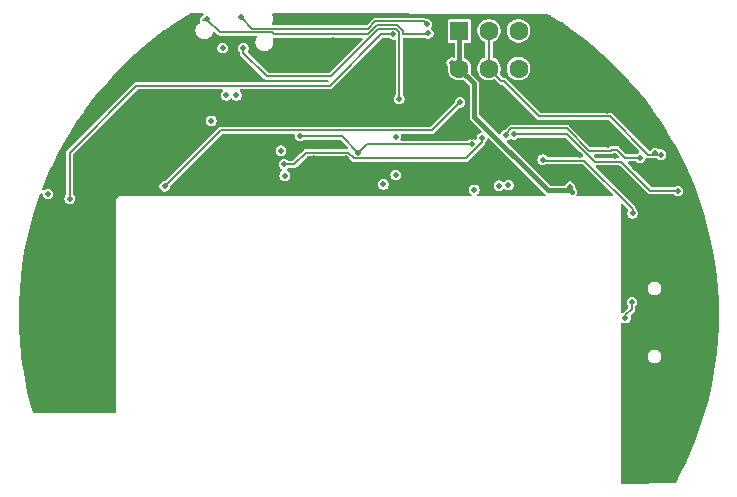
<source format=gbr>
%TF.GenerationSoftware,KiCad,Pcbnew,9.0.1*%
%TF.CreationDate,2025-12-04T23:43:19-05:00*%
%TF.ProjectId,EDDDial,45444444-6961-46c2-9e6b-696361645f70,rev?*%
%TF.SameCoordinates,Original*%
%TF.FileFunction,Copper,L4,Bot*%
%TF.FilePolarity,Positive*%
%FSLAX46Y46*%
G04 Gerber Fmt 4.6, Leading zero omitted, Abs format (unit mm)*
G04 Created by KiCad (PCBNEW 9.0.1) date 2025-12-04 23:43:19*
%MOMM*%
%LPD*%
G01*
G04 APERTURE LIST*
%TA.AperFunction,ComponentPad*%
%ADD10C,3.800000*%
%TD*%
%TA.AperFunction,ComponentPad*%
%ADD11R,1.600000X1.600000*%
%TD*%
%TA.AperFunction,ComponentPad*%
%ADD12C,1.600000*%
%TD*%
%TA.AperFunction,ViaPad*%
%ADD13C,0.500000*%
%TD*%
%TA.AperFunction,Conductor*%
%ADD14C,0.200000*%
%TD*%
%TA.AperFunction,Conductor*%
%ADD15C,0.400000*%
%TD*%
%TA.AperFunction,Conductor*%
%ADD16C,0.160000*%
%TD*%
G04 APERTURE END LIST*
D10*
%TO.P,H4,1,1*%
%TO.N,GND*%
X125650000Y-137300000D03*
%TD*%
%TO.P,H3,1,1*%
%TO.N,GND*%
X118450000Y-103250000D03*
%TD*%
%TO.P,H2,1,1*%
%TO.N,GND*%
X76750000Y-131550000D03*
%TD*%
%TO.P,H1,1,1*%
%TO.N,GND*%
X78850000Y-112500000D03*
%TD*%
D11*
%TO.P,SW1,1,A*%
%TO.N,Net-(SW1-A)*%
X109300000Y-101200000D03*
D12*
%TO.P,SW1,2,B*%
%TO.N,Net-(SW1-4)*%
X111800000Y-101200000D03*
%TO.P,SW1,3,C*%
%TO.N,unconnected-(SW1-C-Pad3)_1*%
X114300000Y-101200000D03*
%TO.P,SW1,4,C*%
%TO.N,Net-(SW1-A)*%
X109300000Y-104400000D03*
%TO.P,SW1,5,4*%
%TO.N,Net-(SW1-4)*%
X111800000Y-104400000D03*
%TO.P,SW1,6,C*%
%TO.N,unconnected-(SW1-C-Pad3)*%
X114300000Y-104400000D03*
%TD*%
D13*
%TO.N,GND*%
X126150000Y-115450000D03*
X128100000Y-117100000D03*
X126150000Y-116450000D03*
X129800000Y-117850000D03*
X129300000Y-128500000D03*
X129700000Y-123150000D03*
X126300000Y-119350000D03*
X124100000Y-122000000D03*
X123716214Y-119143259D03*
X87000000Y-102300000D03*
X86000000Y-101050000D03*
X94191848Y-102396080D03*
X94319408Y-100153709D03*
X95400000Y-107300000D03*
X91600000Y-106500000D03*
X116600000Y-106700000D03*
X121050000Y-104650000D03*
%TO.N,VBAT*%
X109350000Y-107250000D03*
X84350000Y-114350000D03*
%TO.N,/STAT1*%
X94450000Y-112500000D03*
%TO.N,/STAT2*%
X110350000Y-110784003D03*
X113200000Y-110050000D03*
%TO.N,/STAT1*%
X111200000Y-110250000D03*
X113900000Y-109950000D03*
%TO.N,VBUS*%
X116350000Y-112100000D03*
X123950000Y-116650000D03*
%TO.N,Net-(SW1-A)*%
X118800000Y-114850000D03*
X118650000Y-114400000D03*
%TO.N,Net-(SW1-4)*%
X125850000Y-111550000D03*
X126356348Y-111676191D03*
%TO.N,/SWCLK*%
X106550000Y-100650000D03*
%TO.N,/SWDIO*%
X106650000Y-101400000D03*
X87913536Y-100191022D03*
%TO.N,/SWCLK*%
X90800000Y-100050000D03*
%TO.N,+3V3*%
X89250000Y-102650000D03*
%TO.N,GND*%
X122700000Y-110650000D03*
X125100000Y-108300000D03*
%TO.N,/NRST*%
X91000000Y-102650000D03*
%TO.N,/SWITCH*%
X103700000Y-101500000D03*
X76300001Y-115400000D03*
%TO.N,+3V3*%
X74450001Y-115000000D03*
%TO.N,GND*%
X84600000Y-104350000D03*
X93500000Y-104350000D03*
X119500000Y-111700000D03*
X115100000Y-110750000D03*
X110350000Y-110150000D03*
X116450000Y-110500000D03*
X123200000Y-114300000D03*
X121900000Y-110850000D03*
X120200000Y-107800000D03*
X121350000Y-109500000D03*
X121750000Y-107950000D03*
X126250000Y-110100000D03*
X125650000Y-110650000D03*
X126950000Y-110950000D03*
%TO.N,/STAT2*%
X124600000Y-111950000D03*
%TO.N,GND*%
X124100000Y-111200000D03*
X122500000Y-111800000D03*
X124200000Y-112800000D03*
X75250000Y-113550000D03*
X80200000Y-108800000D03*
X84950000Y-102450000D03*
X91850000Y-102750000D03*
X99250000Y-106000000D03*
X103300000Y-107200000D03*
X103100000Y-102300000D03*
X98550000Y-101950000D03*
%TO.N,Net-(SW1-A)*%
X108650000Y-103900000D03*
%TO.N,GND*%
X106850000Y-102450000D03*
X107050000Y-105550000D03*
%TO.N,/NRST*%
X104200000Y-106950000D03*
%TO.N,GND*%
X111000000Y-113600000D03*
%TO.N,+3V3*%
X113450000Y-114250000D03*
X112650000Y-114300000D03*
X110550000Y-114650000D03*
%TO.N,GND*%
X117700000Y-113300000D03*
X116900000Y-113200000D03*
%TO.N,Net-(J1-CC2)*%
X123354876Y-125511894D03*
X123900000Y-124150000D03*
%TO.N,/STAT1*%
X127800000Y-114750000D03*
%TO.N,GND*%
X99821391Y-108449294D03*
X92832443Y-108456008D03*
X86250000Y-110200000D03*
%TO.N,+3V3*%
X88300000Y-108800000D03*
X89550000Y-106650000D03*
X90400000Y-106650000D03*
X103900000Y-110150000D03*
X102850000Y-114200000D03*
X103900000Y-113400000D03*
%TO.N,GND*%
X101150000Y-112800000D03*
X99700000Y-112000000D03*
X96950000Y-112000000D03*
%TO.N,+3V3*%
X94200000Y-111350000D03*
X94500000Y-113450000D03*
%TO.N,GND*%
X95850000Y-111250000D03*
%TO.N,/STAT2*%
X100750000Y-111500000D03*
X95800000Y-110100000D03*
%TD*%
D14*
%TO.N,/SWITCH*%
X81950001Y-105850000D02*
X83850000Y-105850000D01*
X83850000Y-105850000D02*
X98300000Y-105850000D01*
X76300001Y-111500000D02*
X76300001Y-111450001D01*
X76300001Y-111500000D02*
X81950001Y-105850000D01*
X76300001Y-115400000D02*
X76300001Y-111500000D01*
D15*
%TO.N,Net-(SW1-A)*%
X109300000Y-104400000D02*
X109300000Y-101200000D01*
X110550000Y-105650000D02*
X109300000Y-104400000D01*
X110550000Y-108450000D02*
X110550000Y-105650000D01*
D14*
%TO.N,Net-(SW1-4)*%
X111800000Y-104400000D02*
X111800000Y-101200000D01*
X112850000Y-105450000D02*
X111800000Y-104400000D01*
X113050000Y-105450000D02*
X112850000Y-105450000D01*
%TO.N,/SWITCH*%
X102650000Y-101500000D02*
X103700000Y-101500000D01*
X98300000Y-105850000D02*
X102650000Y-101500000D01*
%TO.N,VBAT*%
X106985000Y-109615000D02*
X109350000Y-107250000D01*
X89085000Y-109615000D02*
X106985000Y-109615000D01*
X84350000Y-114350000D02*
X89085000Y-109615000D01*
%TO.N,/STAT1*%
X96270894Y-111515000D02*
X95285894Y-112500000D01*
X99900894Y-111515000D02*
X96270894Y-111515000D01*
X100370894Y-111985000D02*
X99900894Y-111515000D01*
X95285894Y-112500000D02*
X94450000Y-112500000D01*
X111200000Y-110619897D02*
X109834897Y-111985000D01*
X109834897Y-111985000D02*
X100370894Y-111985000D01*
X111200000Y-110250000D02*
X111200000Y-110619897D01*
%TO.N,/STAT2*%
X110350000Y-110784003D02*
X101465997Y-110784003D01*
X113200000Y-109964106D02*
X113200000Y-110050000D01*
X118414756Y-109465000D02*
X113699106Y-109465000D01*
X122100894Y-111335000D02*
X120284756Y-111335000D01*
X122167947Y-111267947D02*
X122100894Y-111335000D01*
X122653841Y-111267947D02*
X122167947Y-111267947D01*
X123335894Y-111950000D02*
X122653841Y-111267947D01*
X113699106Y-109465000D02*
X113200000Y-109964106D01*
X124600000Y-111950000D02*
X123335894Y-111950000D01*
X101465997Y-110784003D02*
X100750000Y-111500000D01*
X120284756Y-111335000D02*
X118414756Y-109465000D01*
%TO.N,/STAT1*%
X120770894Y-112285000D02*
X118435894Y-109950000D01*
X118435894Y-109950000D02*
X113900000Y-109950000D01*
X122999106Y-112285000D02*
X120770894Y-112285000D01*
X125464106Y-114750000D02*
X122999106Y-112285000D01*
X127800000Y-114750000D02*
X125464106Y-114750000D01*
%TO.N,VBUS*%
X119854666Y-112185000D02*
X116435000Y-112185000D01*
X116435000Y-112185000D02*
X116350000Y-112100000D01*
X123950000Y-116280334D02*
X119854666Y-112185000D01*
X123950000Y-116650000D02*
X123950000Y-116280334D01*
D15*
%TO.N,Net-(SW1-A)*%
X118650000Y-114700000D02*
X118800000Y-114850000D01*
X118450000Y-114700000D02*
X118650000Y-114700000D01*
X118450000Y-114600000D02*
X118650000Y-114400000D01*
X118450000Y-114700000D02*
X118450000Y-114600000D01*
X116800000Y-114700000D02*
X118450000Y-114700000D01*
X110550000Y-108450000D02*
X116800000Y-114700000D01*
D14*
%TO.N,Net-(SW1-4)*%
X116035000Y-108435000D02*
X113050000Y-105450000D01*
X122020894Y-108435000D02*
X116035000Y-108435000D01*
X125262085Y-111676191D02*
X122020894Y-108435000D01*
X125900000Y-111676191D02*
X125262085Y-111676191D01*
X125850000Y-111550000D02*
X125850000Y-111626191D01*
X125850000Y-111626191D02*
X125900000Y-111676191D01*
X126356348Y-111676191D02*
X125900000Y-111676191D01*
%TO.N,/SWCLK*%
X101579544Y-100999300D02*
X102179844Y-100399000D01*
X102179844Y-100399000D02*
X106299000Y-100399000D01*
X91749300Y-100999300D02*
X101579544Y-100999300D01*
X106299000Y-100399000D02*
X106550000Y-100650000D01*
X90800000Y-100050000D02*
X91749300Y-100999300D01*
D16*
%TO.N,/SWDIO*%
X87949222Y-100250000D02*
X87600000Y-100250000D01*
X89028192Y-101328970D02*
X87949222Y-100250000D01*
X93422192Y-101328970D02*
X89028192Y-101328970D01*
X93593222Y-101500000D02*
X93422192Y-101328970D01*
X98342390Y-101500000D02*
X93593222Y-101500000D01*
X98357390Y-101485000D02*
X98342390Y-101500000D01*
X98757610Y-101500000D02*
X98742610Y-101485000D01*
X101514422Y-101500000D02*
X98757610Y-101500000D01*
X102307422Y-100707000D02*
X101514422Y-101500000D01*
X104028472Y-100707000D02*
X102307422Y-100707000D01*
X98742610Y-101485000D02*
X98357390Y-101485000D01*
X104508000Y-101500000D02*
X104508000Y-101186528D01*
X104508000Y-101186528D02*
X104028472Y-100707000D01*
X106500000Y-101500000D02*
X104508000Y-101500000D01*
X106600000Y-101400000D02*
X106500000Y-101500000D01*
X106650000Y-101400000D02*
X106600000Y-101400000D01*
D14*
%TO.N,/NRST*%
X91000000Y-103050000D02*
X91000000Y-102650000D01*
X93000000Y-105050000D02*
X91000000Y-103050000D01*
X98400000Y-105050000D02*
X93000000Y-105050000D01*
X102435000Y-101015000D02*
X98400000Y-105050000D01*
X103900894Y-101015000D02*
X102435000Y-101015000D01*
X104200000Y-101314106D02*
X103900894Y-101015000D01*
X104200000Y-106950000D02*
X104200000Y-101314106D01*
%TO.N,Net-(J1-CC2)*%
X123354876Y-125511894D02*
X123354876Y-125295124D01*
X123354876Y-125295124D02*
X123900000Y-124750000D01*
X123900000Y-124750000D02*
X123900000Y-124150000D01*
%TO.N,/STAT2*%
X99350000Y-110100000D02*
X95800000Y-110100000D01*
X100750000Y-111500000D02*
X99350000Y-110100000D01*
%TD*%
%TA.AperFunction,Conductor*%
%TO.N,GND*%
G36*
X87537470Y-99691114D02*
G01*
X87555019Y-99696843D01*
X87573449Y-99697937D01*
X87583396Y-99706106D01*
X87595633Y-99710101D01*
X87606464Y-99725052D01*
X87620732Y-99736770D01*
X87623977Y-99749226D01*
X87631529Y-99759650D01*
X87631503Y-99778112D01*
X87636159Y-99795978D01*
X87631463Y-99807962D01*
X87631446Y-99820835D01*
X87617546Y-99843482D01*
X87613838Y-99852947D01*
X87610754Y-99856701D01*
X87553047Y-99914409D01*
X87528634Y-99956690D01*
X87523471Y-99962978D01*
X87496467Y-99985881D01*
X87427770Y-100025543D01*
X87375544Y-100077769D01*
X87338616Y-100141730D01*
X87334112Y-100158540D01*
X87319500Y-100213072D01*
X87319500Y-100286928D01*
X87330134Y-100326613D01*
X87338617Y-100358271D01*
X87350474Y-100378808D01*
X87363195Y-100438656D01*
X87338308Y-100494552D01*
X87319739Y-100510622D01*
X87212034Y-100582588D01*
X87107589Y-100687033D01*
X87025535Y-100809836D01*
X86969013Y-100946292D01*
X86940200Y-101091148D01*
X86940200Y-101238851D01*
X86969013Y-101383707D01*
X87025535Y-101520163D01*
X87061434Y-101573890D01*
X87107592Y-101642970D01*
X87212030Y-101747408D01*
X87334836Y-101829464D01*
X87471291Y-101885986D01*
X87616151Y-101914800D01*
X87616152Y-101914800D01*
X87763848Y-101914800D01*
X87763849Y-101914800D01*
X87908709Y-101885986D01*
X88045164Y-101829464D01*
X88167970Y-101747408D01*
X88272408Y-101642970D01*
X88354464Y-101520164D01*
X88410986Y-101383709D01*
X88420520Y-101335776D01*
X88450416Y-101282392D01*
X88505981Y-101256776D01*
X88565991Y-101268713D01*
X88587622Y-101285086D01*
X88803734Y-101501198D01*
X88803736Y-101501201D01*
X88855961Y-101553426D01*
X88919923Y-101590354D01*
X88919925Y-101590354D01*
X88919926Y-101590355D01*
X88955593Y-101599912D01*
X88991260Y-101609469D01*
X88991262Y-101609470D01*
X88991263Y-101609470D01*
X88991264Y-101609470D01*
X92064891Y-101609470D01*
X92123082Y-101628377D01*
X92159046Y-101677877D01*
X92159046Y-101739063D01*
X92147207Y-101763471D01*
X92105535Y-101825836D01*
X92049013Y-101962292D01*
X92020200Y-102107148D01*
X92020200Y-102254851D01*
X92049013Y-102399707D01*
X92105535Y-102536163D01*
X92141970Y-102590692D01*
X92187592Y-102658970D01*
X92292030Y-102763408D01*
X92414836Y-102845464D01*
X92551291Y-102901986D01*
X92696151Y-102930800D01*
X92696152Y-102930800D01*
X92843848Y-102930800D01*
X92843849Y-102930800D01*
X92988709Y-102901986D01*
X93125164Y-102845464D01*
X93247970Y-102763408D01*
X93352408Y-102658970D01*
X93434464Y-102536164D01*
X93490986Y-102399709D01*
X93519800Y-102254849D01*
X93519800Y-102107151D01*
X93490986Y-101962291D01*
X93472384Y-101917384D01*
X93467584Y-101856389D01*
X93499553Y-101804220D01*
X93556081Y-101780805D01*
X93563849Y-101780500D01*
X98379320Y-101780500D01*
X98379320Y-101780499D01*
X98412350Y-101771649D01*
X98422707Y-101768874D01*
X98448331Y-101765500D01*
X98651669Y-101765500D01*
X98677293Y-101768874D01*
X98695772Y-101773825D01*
X98720678Y-101780499D01*
X98720680Y-101780500D01*
X98720681Y-101780500D01*
X98720682Y-101780500D01*
X101005521Y-101780500D01*
X101063712Y-101799407D01*
X101099676Y-101848907D01*
X101099676Y-101910093D01*
X101075525Y-101949504D01*
X98304525Y-104720504D01*
X98250008Y-104748281D01*
X98234521Y-104749500D01*
X93165479Y-104749500D01*
X93107288Y-104730593D01*
X93095475Y-104720504D01*
X91392644Y-103017673D01*
X91364867Y-102963156D01*
X91374438Y-102902724D01*
X91376912Y-102898169D01*
X91419797Y-102823890D01*
X91419797Y-102823888D01*
X91419799Y-102823886D01*
X91450500Y-102709309D01*
X91450500Y-102590691D01*
X91419799Y-102476114D01*
X91419797Y-102476111D01*
X91419797Y-102476109D01*
X91360492Y-102373391D01*
X91360490Y-102373389D01*
X91360489Y-102373387D01*
X91276613Y-102289511D01*
X91276610Y-102289509D01*
X91276608Y-102289507D01*
X91173889Y-102230202D01*
X91173890Y-102230202D01*
X91133602Y-102219407D01*
X91059309Y-102199500D01*
X90940691Y-102199500D01*
X90870567Y-102218289D01*
X90826109Y-102230202D01*
X90723391Y-102289507D01*
X90639507Y-102373391D01*
X90580202Y-102476109D01*
X90571276Y-102509421D01*
X90549500Y-102590691D01*
X90549500Y-102709309D01*
X90576574Y-102810351D01*
X90580202Y-102823890D01*
X90639507Y-102926608D01*
X90639509Y-102926610D01*
X90639511Y-102926613D01*
X90670505Y-102957607D01*
X90698281Y-103012122D01*
X90699500Y-103027609D01*
X90699500Y-103089564D01*
X90719978Y-103165988D01*
X90736506Y-103194614D01*
X90736507Y-103194617D01*
X90759535Y-103234505D01*
X90759538Y-103234508D01*
X90759540Y-103234511D01*
X92759540Y-105234511D01*
X92759539Y-105234511D01*
X92815489Y-105290460D01*
X92884007Y-105330019D01*
X92884011Y-105330021D01*
X92960435Y-105350499D01*
X92960437Y-105350500D01*
X92960438Y-105350500D01*
X98135521Y-105350500D01*
X98157568Y-105357663D01*
X98180466Y-105361290D01*
X98186114Y-105366938D01*
X98193712Y-105369407D01*
X98207339Y-105388163D01*
X98223731Y-105404555D01*
X98224980Y-105412444D01*
X98229676Y-105418907D01*
X98229676Y-105442092D01*
X98233302Y-105464987D01*
X98229676Y-105472103D01*
X98229676Y-105480093D01*
X98205525Y-105519504D01*
X98204525Y-105520504D01*
X98150008Y-105548281D01*
X98134521Y-105549500D01*
X83889562Y-105549500D01*
X81989563Y-105549500D01*
X81910439Y-105549500D01*
X81863662Y-105562033D01*
X81834008Y-105569979D01*
X81765494Y-105609536D01*
X81765493Y-105609537D01*
X76231506Y-111143522D01*
X76190001Y-111167487D01*
X76190006Y-111167497D01*
X76189931Y-111167527D01*
X76187136Y-111169142D01*
X76184014Y-111169978D01*
X76184008Y-111169981D01*
X76115492Y-111209539D01*
X76059539Y-111265492D01*
X76019981Y-111334008D01*
X76019979Y-111334012D01*
X75999501Y-111410436D01*
X75999501Y-115022390D01*
X75980594Y-115080581D01*
X75970506Y-115092393D01*
X75939508Y-115123391D01*
X75880203Y-115226109D01*
X75863953Y-115286754D01*
X75849501Y-115340691D01*
X75849501Y-115459309D01*
X75870395Y-115537286D01*
X75880203Y-115573890D01*
X75939508Y-115676608D01*
X75939510Y-115676610D01*
X75939512Y-115676613D01*
X76023388Y-115760489D01*
X76023390Y-115760490D01*
X76023392Y-115760492D01*
X76126111Y-115819797D01*
X76126112Y-115819797D01*
X76126115Y-115819799D01*
X76240692Y-115850500D01*
X76240694Y-115850500D01*
X76359308Y-115850500D01*
X76359310Y-115850500D01*
X76473887Y-115819799D01*
X76473889Y-115819797D01*
X76473891Y-115819797D01*
X76576609Y-115760492D01*
X76576609Y-115760491D01*
X76576614Y-115760489D01*
X76660490Y-115676613D01*
X76696201Y-115614760D01*
X76719798Y-115573890D01*
X76719798Y-115573888D01*
X76719800Y-115573886D01*
X76750501Y-115459309D01*
X76750501Y-115340691D01*
X76719800Y-115226114D01*
X76719798Y-115226111D01*
X76719798Y-115226109D01*
X76660493Y-115123391D01*
X76660492Y-115123390D01*
X76660491Y-115123389D01*
X76660490Y-115123387D01*
X76629496Y-115092393D01*
X76601720Y-115037876D01*
X76600501Y-115022390D01*
X76600501Y-111665479D01*
X76619408Y-111607288D01*
X76629497Y-111595475D01*
X79484281Y-108740691D01*
X87849500Y-108740691D01*
X87849500Y-108859309D01*
X87867779Y-108927525D01*
X87880202Y-108973890D01*
X87939507Y-109076608D01*
X87939509Y-109076610D01*
X87939511Y-109076613D01*
X88023387Y-109160489D01*
X88023389Y-109160490D01*
X88023391Y-109160492D01*
X88126110Y-109219797D01*
X88126111Y-109219797D01*
X88126114Y-109219799D01*
X88240691Y-109250500D01*
X88240693Y-109250500D01*
X88359307Y-109250500D01*
X88359309Y-109250500D01*
X88473886Y-109219799D01*
X88473888Y-109219797D01*
X88473890Y-109219797D01*
X88576608Y-109160492D01*
X88576608Y-109160491D01*
X88576613Y-109160489D01*
X88660489Y-109076613D01*
X88719799Y-108973886D01*
X88750500Y-108859309D01*
X88750500Y-108740691D01*
X88719799Y-108626114D01*
X88719797Y-108626111D01*
X88719797Y-108626109D01*
X88660492Y-108523391D01*
X88660490Y-108523389D01*
X88660489Y-108523387D01*
X88576613Y-108439511D01*
X88576610Y-108439509D01*
X88576608Y-108439507D01*
X88473889Y-108380202D01*
X88473890Y-108380202D01*
X88460351Y-108376574D01*
X88359309Y-108349500D01*
X88240691Y-108349500D01*
X88170567Y-108368289D01*
X88126109Y-108380202D01*
X88023391Y-108439507D01*
X87939507Y-108523391D01*
X87880202Y-108626109D01*
X87880201Y-108626114D01*
X87849500Y-108740691D01*
X79484281Y-108740691D01*
X82045476Y-106179496D01*
X82099993Y-106151719D01*
X82115480Y-106150500D01*
X89173391Y-106150500D01*
X89231582Y-106169407D01*
X89267546Y-106218907D01*
X89267546Y-106280093D01*
X89243396Y-106319501D01*
X89189511Y-106373387D01*
X89189508Y-106373390D01*
X89189507Y-106373391D01*
X89130202Y-106476109D01*
X89130201Y-106476114D01*
X89099500Y-106590691D01*
X89099500Y-106709309D01*
X89123667Y-106799500D01*
X89130202Y-106823890D01*
X89189507Y-106926608D01*
X89189509Y-106926610D01*
X89189511Y-106926613D01*
X89273387Y-107010489D01*
X89273389Y-107010490D01*
X89273391Y-107010492D01*
X89376110Y-107069797D01*
X89376111Y-107069797D01*
X89376114Y-107069799D01*
X89490691Y-107100500D01*
X89490693Y-107100500D01*
X89609307Y-107100500D01*
X89609309Y-107100500D01*
X89723886Y-107069799D01*
X89723888Y-107069797D01*
X89723890Y-107069797D01*
X89826608Y-107010492D01*
X89826608Y-107010491D01*
X89826613Y-107010489D01*
X89904998Y-106932103D01*
X89959513Y-106904328D01*
X90019945Y-106913899D01*
X90045000Y-106932102D01*
X90123387Y-107010489D01*
X90123389Y-107010490D01*
X90123391Y-107010492D01*
X90226110Y-107069797D01*
X90226111Y-107069797D01*
X90226114Y-107069799D01*
X90340691Y-107100500D01*
X90340693Y-107100500D01*
X90459307Y-107100500D01*
X90459309Y-107100500D01*
X90573886Y-107069799D01*
X90573888Y-107069797D01*
X90573890Y-107069797D01*
X90676608Y-107010492D01*
X90676608Y-107010491D01*
X90676613Y-107010489D01*
X90760489Y-106926613D01*
X90760492Y-106926608D01*
X90819797Y-106823890D01*
X90819797Y-106823888D01*
X90819799Y-106823886D01*
X90850500Y-106709309D01*
X90850500Y-106590691D01*
X90819799Y-106476114D01*
X90819797Y-106476111D01*
X90819797Y-106476109D01*
X90760492Y-106373391D01*
X90760490Y-106373389D01*
X90760489Y-106373387D01*
X90706603Y-106319501D01*
X90678828Y-106264987D01*
X90688399Y-106204555D01*
X90731664Y-106161290D01*
X90776609Y-106150500D01*
X98339563Y-106150500D01*
X98339563Y-106150499D01*
X98415989Y-106130021D01*
X98484511Y-106090460D01*
X98540460Y-106034511D01*
X102745475Y-101829496D01*
X102799992Y-101801719D01*
X102815479Y-101800500D01*
X103322390Y-101800500D01*
X103380581Y-101819407D01*
X103392393Y-101829495D01*
X103423387Y-101860489D01*
X103423389Y-101860490D01*
X103423390Y-101860491D01*
X103423391Y-101860492D01*
X103526110Y-101919797D01*
X103526111Y-101919797D01*
X103526114Y-101919799D01*
X103640691Y-101950500D01*
X103640693Y-101950500D01*
X103759307Y-101950500D01*
X103759309Y-101950500D01*
X103774878Y-101946328D01*
X103835978Y-101949530D01*
X103883528Y-101988036D01*
X103899500Y-102041955D01*
X103899500Y-106572390D01*
X103880593Y-106630581D01*
X103870505Y-106642393D01*
X103839507Y-106673391D01*
X103780202Y-106776109D01*
X103767400Y-106823886D01*
X103749500Y-106890691D01*
X103749500Y-107009309D01*
X103773935Y-107100500D01*
X103780202Y-107123890D01*
X103839507Y-107226608D01*
X103839509Y-107226610D01*
X103839511Y-107226613D01*
X103923387Y-107310489D01*
X103923389Y-107310490D01*
X103923391Y-107310492D01*
X104026110Y-107369797D01*
X104026111Y-107369797D01*
X104026114Y-107369799D01*
X104140691Y-107400500D01*
X104140693Y-107400500D01*
X104259307Y-107400500D01*
X104259309Y-107400500D01*
X104373886Y-107369799D01*
X104373888Y-107369797D01*
X104373890Y-107369797D01*
X104476608Y-107310492D01*
X104476608Y-107310491D01*
X104476613Y-107310489D01*
X104560489Y-107226613D01*
X104596327Y-107164541D01*
X104619797Y-107123890D01*
X104619797Y-107123888D01*
X104619799Y-107123886D01*
X104650500Y-107009309D01*
X104650500Y-106890691D01*
X104619799Y-106776114D01*
X104619797Y-106776111D01*
X104619797Y-106776109D01*
X104560492Y-106673391D01*
X104560491Y-106673390D01*
X104560490Y-106673389D01*
X104560489Y-106673387D01*
X104529495Y-106642393D01*
X104501719Y-106587876D01*
X104500500Y-106572390D01*
X104500500Y-101879500D01*
X104519407Y-101821309D01*
X104568907Y-101785345D01*
X104599500Y-101780500D01*
X106381520Y-101780500D01*
X106431020Y-101793763D01*
X106476114Y-101819799D01*
X106590691Y-101850500D01*
X106590693Y-101850500D01*
X106709307Y-101850500D01*
X106709309Y-101850500D01*
X106823886Y-101819799D01*
X106823888Y-101819797D01*
X106823890Y-101819797D01*
X106926608Y-101760492D01*
X106926608Y-101760491D01*
X106926613Y-101760489D01*
X107010489Y-101676613D01*
X107029915Y-101642966D01*
X107069797Y-101573890D01*
X107069797Y-101573888D01*
X107069799Y-101573886D01*
X107100500Y-101459309D01*
X107100500Y-101340691D01*
X107069799Y-101226114D01*
X107069797Y-101226111D01*
X107069797Y-101226109D01*
X107010492Y-101123391D01*
X107010490Y-101123389D01*
X107010489Y-101123387D01*
X106928780Y-101041678D01*
X106901005Y-100987164D01*
X106910576Y-100926732D01*
X106913038Y-100922197D01*
X106969799Y-100823886D01*
X107000500Y-100709309D01*
X107000500Y-100590691D01*
X106969799Y-100476114D01*
X106969797Y-100476111D01*
X106969797Y-100476109D01*
X106910492Y-100373391D01*
X106910490Y-100373389D01*
X106910489Y-100373387D01*
X106826613Y-100289511D01*
X106826610Y-100289509D01*
X106826608Y-100289507D01*
X106723889Y-100230202D01*
X106723890Y-100230202D01*
X106700318Y-100223886D01*
X106609309Y-100199500D01*
X106609307Y-100199500D01*
X106565478Y-100199500D01*
X106507287Y-100180593D01*
X106495480Y-100170509D01*
X106483511Y-100158540D01*
X106483508Y-100158538D01*
X106414992Y-100118980D01*
X106414988Y-100118978D01*
X106338564Y-100098500D01*
X106338562Y-100098500D01*
X102140282Y-100098500D01*
X102140279Y-100098500D01*
X102063855Y-100118978D01*
X102063851Y-100118980D01*
X101995335Y-100158538D01*
X101484069Y-100669804D01*
X101429552Y-100697581D01*
X101414065Y-100698800D01*
X93489629Y-100698800D01*
X93431438Y-100679893D01*
X93395474Y-100630393D01*
X93395474Y-100569207D01*
X93407313Y-100544799D01*
X93424279Y-100519407D01*
X93434464Y-100504164D01*
X93490986Y-100367709D01*
X93519800Y-100222849D01*
X93519800Y-100075151D01*
X93490986Y-99930291D01*
X93452008Y-99836192D01*
X93447208Y-99775197D01*
X93479177Y-99723028D01*
X93535705Y-99699613D01*
X93543600Y-99699308D01*
X116708951Y-99730911D01*
X116758686Y-99744390D01*
X116916105Y-99836194D01*
X117020586Y-99897126D01*
X117023677Y-99899005D01*
X117168467Y-99990692D01*
X117935761Y-100476575D01*
X117938750Y-100478547D01*
X118829089Y-101089035D01*
X118832035Y-101091135D01*
X119112009Y-101298543D01*
X119699471Y-101733742D01*
X119702295Y-101735915D01*
X120369355Y-102268907D01*
X120545678Y-102409792D01*
X120548463Y-102412101D01*
X121366674Y-103116354D01*
X121369372Y-103118764D01*
X122161273Y-103852410D01*
X122163882Y-103854917D01*
X122928460Y-104617020D01*
X122930971Y-104619616D01*
X123085395Y-104785221D01*
X123667198Y-105409150D01*
X123669617Y-105411841D01*
X124055210Y-105856901D01*
X124368846Y-106218907D01*
X124376508Y-106227750D01*
X124378819Y-106230518D01*
X124576358Y-106476109D01*
X125055414Y-107071696D01*
X125057630Y-107074556D01*
X125703058Y-107939917D01*
X125705166Y-107942855D01*
X126256039Y-108740692D01*
X126318522Y-108831186D01*
X126320518Y-108834192D01*
X126867689Y-109692104D01*
X126901015Y-109744355D01*
X126902894Y-109747422D01*
X127420034Y-110627609D01*
X127449781Y-110678239D01*
X127451552Y-110681386D01*
X127517907Y-110804405D01*
X127964030Y-111631501D01*
X127965689Y-111634716D01*
X128443118Y-112602936D01*
X128444658Y-112606209D01*
X128886387Y-113591217D01*
X128887807Y-113594545D01*
X129293246Y-114595022D01*
X129294544Y-114598399D01*
X129663172Y-115613057D01*
X129664345Y-115616479D01*
X129995650Y-116643919D01*
X129996697Y-116647382D01*
X130290238Y-117686227D01*
X130291158Y-117689726D01*
X130546551Y-118738621D01*
X130547342Y-118742151D01*
X130764235Y-119799654D01*
X130764897Y-119803211D01*
X130943007Y-120867928D01*
X130943539Y-120871506D01*
X131082633Y-121942062D01*
X131083033Y-121945658D01*
X131182916Y-123020536D01*
X131183185Y-123024144D01*
X131243729Y-124101970D01*
X131243866Y-124105585D01*
X131264988Y-125184901D01*
X131264993Y-125188519D01*
X131246666Y-126267913D01*
X131246538Y-126271528D01*
X131188787Y-127349479D01*
X131188528Y-127353088D01*
X131091428Y-128428252D01*
X131091037Y-128431848D01*
X130954716Y-129502754D01*
X130954193Y-129506334D01*
X130778840Y-130571514D01*
X130778187Y-130575073D01*
X130564036Y-131633123D01*
X130563254Y-131636655D01*
X130310578Y-132686213D01*
X130309667Y-132689714D01*
X130018819Y-133729309D01*
X130017781Y-133732775D01*
X129689138Y-134761070D01*
X129687974Y-134764495D01*
X129321976Y-135780104D01*
X129320687Y-135783484D01*
X128917845Y-136784998D01*
X128916434Y-136788330D01*
X128477247Y-137774502D01*
X128475715Y-137777779D01*
X128000801Y-138747220D01*
X127999150Y-138750439D01*
X127619107Y-139459412D01*
X127574951Y-139501767D01*
X127532994Y-139511633D01*
X123075888Y-139562991D01*
X123017483Y-139544756D01*
X122980951Y-139495673D01*
X122975747Y-139464078D01*
X122967072Y-128703707D01*
X125240500Y-128703707D01*
X125240500Y-128856292D01*
X125279993Y-129003682D01*
X125356281Y-129135816D01*
X125356283Y-129135818D01*
X125356285Y-129135821D01*
X125464179Y-129243715D01*
X125464181Y-129243716D01*
X125464183Y-129243718D01*
X125596318Y-129320006D01*
X125596319Y-129320006D01*
X125596322Y-129320008D01*
X125743707Y-129359500D01*
X125743708Y-129359500D01*
X125896292Y-129359500D01*
X125896293Y-129359500D01*
X126043678Y-129320008D01*
X126043680Y-129320006D01*
X126043682Y-129320006D01*
X126175816Y-129243718D01*
X126175816Y-129243717D01*
X126175821Y-129243715D01*
X126283715Y-129135821D01*
X126360008Y-129003678D01*
X126399500Y-128856293D01*
X126399500Y-128703707D01*
X126360008Y-128556322D01*
X126360006Y-128556319D01*
X126360006Y-128556317D01*
X126283718Y-128424183D01*
X126283716Y-128424181D01*
X126283715Y-128424179D01*
X126175821Y-128316285D01*
X126175818Y-128316283D01*
X126175816Y-128316281D01*
X126043681Y-128239993D01*
X126043682Y-128239993D01*
X126012532Y-128231646D01*
X125896293Y-128200500D01*
X125743707Y-128200500D01*
X125678720Y-128217913D01*
X125596317Y-128239993D01*
X125464183Y-128316281D01*
X125356281Y-128424183D01*
X125279993Y-128556317D01*
X125240500Y-128703707D01*
X122967072Y-128703707D01*
X122964875Y-125978470D01*
X122983735Y-125920266D01*
X123033206Y-125884262D01*
X123094392Y-125884213D01*
X123113375Y-125892656D01*
X123180986Y-125931691D01*
X123180987Y-125931691D01*
X123180990Y-125931693D01*
X123295567Y-125962394D01*
X123295569Y-125962394D01*
X123414183Y-125962394D01*
X123414185Y-125962394D01*
X123528762Y-125931693D01*
X123528764Y-125931691D01*
X123528766Y-125931691D01*
X123631484Y-125872386D01*
X123631484Y-125872385D01*
X123631489Y-125872383D01*
X123715365Y-125788507D01*
X123774675Y-125685780D01*
X123805376Y-125571203D01*
X123805376Y-125452585D01*
X123781498Y-125363472D01*
X123784700Y-125302373D01*
X123807119Y-125267850D01*
X124140460Y-124934511D01*
X124180022Y-124865988D01*
X124200500Y-124789562D01*
X124200500Y-124710438D01*
X124200500Y-124527609D01*
X124219407Y-124469418D01*
X124229490Y-124457611D01*
X124260489Y-124426613D01*
X124319799Y-124323886D01*
X124350500Y-124209309D01*
X124350500Y-124090691D01*
X124319799Y-123976114D01*
X124319797Y-123976111D01*
X124319797Y-123976109D01*
X124260492Y-123873391D01*
X124260490Y-123873389D01*
X124260489Y-123873387D01*
X124176613Y-123789511D01*
X124176610Y-123789509D01*
X124176608Y-123789507D01*
X124073889Y-123730202D01*
X124073890Y-123730202D01*
X124060351Y-123726574D01*
X123959309Y-123699500D01*
X123840691Y-123699500D01*
X123770567Y-123718289D01*
X123726109Y-123730202D01*
X123623391Y-123789507D01*
X123539507Y-123873391D01*
X123480202Y-123976109D01*
X123480201Y-123976114D01*
X123449500Y-124090691D01*
X123449500Y-124209309D01*
X123451661Y-124217373D01*
X123480202Y-124323890D01*
X123539507Y-124426608D01*
X123539509Y-124426610D01*
X123539511Y-124426613D01*
X123570505Y-124457607D01*
X123574130Y-124464722D01*
X123580593Y-124469418D01*
X123587756Y-124491466D01*
X123598281Y-124512122D01*
X123599500Y-124527609D01*
X123599500Y-124584521D01*
X123580593Y-124642712D01*
X123570504Y-124654525D01*
X123133109Y-125091920D01*
X123078592Y-125119697D01*
X123018160Y-125110126D01*
X122974895Y-125066861D01*
X122964105Y-125021996D01*
X122962413Y-122923707D01*
X125240500Y-122923707D01*
X125240500Y-123076292D01*
X125279993Y-123223682D01*
X125356281Y-123355816D01*
X125356283Y-123355818D01*
X125356285Y-123355821D01*
X125464179Y-123463715D01*
X125464181Y-123463716D01*
X125464183Y-123463718D01*
X125596318Y-123540006D01*
X125596319Y-123540006D01*
X125596322Y-123540008D01*
X125743707Y-123579500D01*
X125743708Y-123579500D01*
X125896292Y-123579500D01*
X125896293Y-123579500D01*
X126043678Y-123540008D01*
X126043680Y-123540006D01*
X126043682Y-123540006D01*
X126175816Y-123463718D01*
X126175816Y-123463717D01*
X126175821Y-123463715D01*
X126283715Y-123355821D01*
X126360008Y-123223678D01*
X126399500Y-123076293D01*
X126399500Y-122923707D01*
X126360008Y-122776322D01*
X126360006Y-122776319D01*
X126360006Y-122776317D01*
X126283718Y-122644183D01*
X126283716Y-122644181D01*
X126283715Y-122644179D01*
X126175821Y-122536285D01*
X126175818Y-122536283D01*
X126175816Y-122536281D01*
X126043681Y-122459993D01*
X126043682Y-122459993D01*
X126012532Y-122451646D01*
X125896293Y-122420500D01*
X125743707Y-122420500D01*
X125678720Y-122437913D01*
X125596317Y-122459993D01*
X125464183Y-122536281D01*
X125356281Y-122644183D01*
X125279993Y-122776317D01*
X125240500Y-122923707D01*
X122962413Y-122923707D01*
X122956792Y-115951182D01*
X122975652Y-115892979D01*
X123025123Y-115856975D01*
X123086309Y-115856926D01*
X123125796Y-115881101D01*
X123546253Y-116301558D01*
X123574030Y-116356075D01*
X123564459Y-116416507D01*
X123561985Y-116421063D01*
X123530202Y-116476111D01*
X123530201Y-116476113D01*
X123530201Y-116476114D01*
X123499500Y-116590691D01*
X123499500Y-116709309D01*
X123511610Y-116754504D01*
X123530202Y-116823890D01*
X123589507Y-116926608D01*
X123589509Y-116926610D01*
X123589511Y-116926613D01*
X123673387Y-117010489D01*
X123673389Y-117010490D01*
X123673391Y-117010492D01*
X123776110Y-117069797D01*
X123776111Y-117069797D01*
X123776114Y-117069799D01*
X123890691Y-117100500D01*
X123890693Y-117100500D01*
X124009307Y-117100500D01*
X124009309Y-117100500D01*
X124123886Y-117069799D01*
X124123888Y-117069797D01*
X124123890Y-117069797D01*
X124226608Y-117010492D01*
X124226608Y-117010491D01*
X124226613Y-117010489D01*
X124310489Y-116926613D01*
X124369799Y-116823886D01*
X124400500Y-116709309D01*
X124400500Y-116590691D01*
X124369799Y-116476114D01*
X124369797Y-116476111D01*
X124369797Y-116476109D01*
X124310492Y-116373391D01*
X124310491Y-116373390D01*
X124310490Y-116373389D01*
X124310489Y-116373387D01*
X124279495Y-116342393D01*
X124251719Y-116287876D01*
X124250500Y-116272390D01*
X124250500Y-116240771D01*
X124250499Y-116240769D01*
X124230021Y-116164345D01*
X124230019Y-116164341D01*
X124190460Y-116095823D01*
X124134511Y-116039873D01*
X124134511Y-116039874D01*
X120849141Y-112754504D01*
X120821364Y-112699987D01*
X120830935Y-112639555D01*
X120874200Y-112596290D01*
X120919145Y-112585500D01*
X122833627Y-112585500D01*
X122891818Y-112604407D01*
X122903631Y-112614496D01*
X125223646Y-114934511D01*
X125223645Y-114934511D01*
X125279595Y-114990460D01*
X125348113Y-115030019D01*
X125348117Y-115030021D01*
X125424541Y-115050499D01*
X125424543Y-115050500D01*
X125424544Y-115050500D01*
X127422390Y-115050500D01*
X127480581Y-115069407D01*
X127492393Y-115079495D01*
X127523387Y-115110489D01*
X127523389Y-115110490D01*
X127523390Y-115110491D01*
X127523391Y-115110492D01*
X127626110Y-115169797D01*
X127626111Y-115169797D01*
X127626114Y-115169799D01*
X127740691Y-115200500D01*
X127740693Y-115200500D01*
X127859307Y-115200500D01*
X127859309Y-115200500D01*
X127973886Y-115169799D01*
X127973888Y-115169797D01*
X127973890Y-115169797D01*
X128076608Y-115110492D01*
X128076608Y-115110491D01*
X128076613Y-115110489D01*
X128160489Y-115026613D01*
X128162062Y-115023888D01*
X128219797Y-114923890D01*
X128219797Y-114923888D01*
X128219799Y-114923886D01*
X128250500Y-114809309D01*
X128250500Y-114690691D01*
X128219799Y-114576114D01*
X128219797Y-114576111D01*
X128219797Y-114576109D01*
X128160492Y-114473391D01*
X128160490Y-114473389D01*
X128160489Y-114473387D01*
X128076613Y-114389511D01*
X128076610Y-114389509D01*
X128076608Y-114389507D01*
X127973889Y-114330202D01*
X127973890Y-114330202D01*
X127952501Y-114324471D01*
X127859309Y-114299500D01*
X127740691Y-114299500D01*
X127704084Y-114309309D01*
X127626109Y-114330202D01*
X127523391Y-114389507D01*
X127492393Y-114420505D01*
X127437876Y-114448281D01*
X127422390Y-114449500D01*
X125629585Y-114449500D01*
X125571394Y-114430593D01*
X125559581Y-114420504D01*
X123558581Y-112419504D01*
X123530804Y-112364987D01*
X123540375Y-112304555D01*
X123583640Y-112261290D01*
X123628585Y-112250500D01*
X124222390Y-112250500D01*
X124280581Y-112269407D01*
X124292393Y-112279495D01*
X124323387Y-112310489D01*
X124323389Y-112310490D01*
X124323390Y-112310491D01*
X124323391Y-112310492D01*
X124426110Y-112369797D01*
X124426111Y-112369797D01*
X124426114Y-112369799D01*
X124540691Y-112400500D01*
X124540693Y-112400500D01*
X124659307Y-112400500D01*
X124659309Y-112400500D01*
X124773886Y-112369799D01*
X124773888Y-112369797D01*
X124773890Y-112369797D01*
X124876608Y-112310492D01*
X124876608Y-112310491D01*
X124876613Y-112310489D01*
X124960489Y-112226613D01*
X124993457Y-112169511D01*
X125019797Y-112123890D01*
X125019797Y-112123888D01*
X125019799Y-112123886D01*
X125044555Y-112031493D01*
X125077878Y-111980182D01*
X125134999Y-111958255D01*
X125165804Y-111961492D01*
X125222520Y-111976690D01*
X125222522Y-111976691D01*
X125222523Y-111976691D01*
X125688800Y-111976691D01*
X125714423Y-111980064D01*
X125719778Y-111981498D01*
X125790691Y-112000500D01*
X125790693Y-112000500D01*
X125909308Y-112000500D01*
X125909309Y-112000500D01*
X125959974Y-111986924D01*
X126021076Y-111990125D01*
X126055599Y-112012544D01*
X126079735Y-112036680D01*
X126079737Y-112036681D01*
X126079739Y-112036683D01*
X126182458Y-112095988D01*
X126182459Y-112095988D01*
X126182462Y-112095990D01*
X126297039Y-112126691D01*
X126297041Y-112126691D01*
X126415655Y-112126691D01*
X126415657Y-112126691D01*
X126530234Y-112095990D01*
X126530236Y-112095988D01*
X126530238Y-112095988D01*
X126632956Y-112036683D01*
X126632956Y-112036682D01*
X126632961Y-112036680D01*
X126716837Y-111952804D01*
X126745454Y-111903239D01*
X126776145Y-111850081D01*
X126776145Y-111850079D01*
X126776147Y-111850077D01*
X126806848Y-111735500D01*
X126806848Y-111616882D01*
X126776147Y-111502305D01*
X126776145Y-111502302D01*
X126776145Y-111502300D01*
X126716840Y-111399582D01*
X126716838Y-111399580D01*
X126716837Y-111399578D01*
X126632961Y-111315702D01*
X126632958Y-111315700D01*
X126632956Y-111315698D01*
X126530237Y-111256393D01*
X126530238Y-111256393D01*
X126516699Y-111252765D01*
X126415657Y-111225691D01*
X126297039Y-111225691D01*
X126297034Y-111225691D01*
X126246369Y-111239266D01*
X126185268Y-111236062D01*
X126150747Y-111213644D01*
X126126614Y-111189512D01*
X126126608Y-111189507D01*
X126023889Y-111130202D01*
X126023890Y-111130202D01*
X126010351Y-111126574D01*
X125909309Y-111099500D01*
X125790691Y-111099500D01*
X125720567Y-111118289D01*
X125676109Y-111130202D01*
X125573391Y-111189507D01*
X125489509Y-111273389D01*
X125478890Y-111291782D01*
X125433419Y-111332723D01*
X125372569Y-111339117D01*
X125323150Y-111312285D01*
X123784252Y-109773387D01*
X122205405Y-108194540D01*
X122205402Y-108194538D01*
X122136886Y-108154980D01*
X122136882Y-108154978D01*
X122060458Y-108134500D01*
X122060456Y-108134500D01*
X116200479Y-108134500D01*
X116142288Y-108115593D01*
X116130475Y-108105504D01*
X114698358Y-106673387D01*
X113234511Y-105209540D01*
X113234508Y-105209538D01*
X113165992Y-105169980D01*
X113165988Y-105169978D01*
X113089564Y-105149500D01*
X113089562Y-105149500D01*
X113015479Y-105149500D01*
X112957288Y-105130593D01*
X112945475Y-105120504D01*
X112736994Y-104912023D01*
X112709217Y-104857506D01*
X112715533Y-104804137D01*
X112762051Y-104691835D01*
X112800500Y-104498541D01*
X112800500Y-104301459D01*
X112800499Y-104301456D01*
X113299500Y-104301456D01*
X113299500Y-104301459D01*
X113299500Y-104498541D01*
X113337948Y-104691832D01*
X113337949Y-104691834D01*
X113337949Y-104691836D01*
X113413367Y-104873913D01*
X113449699Y-104928288D01*
X113522861Y-105037782D01*
X113662218Y-105177139D01*
X113826086Y-105286632D01*
X114008165Y-105362051D01*
X114201459Y-105400500D01*
X114201460Y-105400500D01*
X114398540Y-105400500D01*
X114398541Y-105400500D01*
X114591835Y-105362051D01*
X114773914Y-105286632D01*
X114937782Y-105177139D01*
X115077139Y-105037782D01*
X115186632Y-104873914D01*
X115262051Y-104691835D01*
X115300500Y-104498541D01*
X115300500Y-104301459D01*
X115262051Y-104108165D01*
X115186632Y-103926086D01*
X115077139Y-103762218D01*
X114937782Y-103622861D01*
X114813034Y-103539507D01*
X114773913Y-103513367D01*
X114591835Y-103437949D01*
X114398543Y-103399500D01*
X114398541Y-103399500D01*
X114201459Y-103399500D01*
X114201456Y-103399500D01*
X114008165Y-103437949D01*
X114008163Y-103437949D01*
X113826086Y-103513367D01*
X113662218Y-103622861D01*
X113662214Y-103622864D01*
X113522864Y-103762214D01*
X113522861Y-103762218D01*
X113413367Y-103926086D01*
X113337949Y-104108163D01*
X113337949Y-104108165D01*
X113299500Y-104301456D01*
X112800499Y-104301456D01*
X112762051Y-104108165D01*
X112686632Y-103926086D01*
X112577139Y-103762218D01*
X112437782Y-103622861D01*
X112273914Y-103513368D01*
X112261614Y-103508273D01*
X112161615Y-103466852D01*
X112115089Y-103427116D01*
X112100500Y-103375388D01*
X112100500Y-102224610D01*
X112119407Y-102166419D01*
X112161612Y-102133148D01*
X112273914Y-102086632D01*
X112437782Y-101977139D01*
X112577139Y-101837782D01*
X112686632Y-101673914D01*
X112762051Y-101491835D01*
X112800500Y-101298541D01*
X112800500Y-101101459D01*
X112800499Y-101101456D01*
X113299500Y-101101456D01*
X113299500Y-101298543D01*
X113337949Y-101491834D01*
X113337949Y-101491836D01*
X113413367Y-101673913D01*
X113413368Y-101673914D01*
X113522861Y-101837782D01*
X113662218Y-101977139D01*
X113826086Y-102086632D01*
X114008165Y-102162051D01*
X114201459Y-102200500D01*
X114201460Y-102200500D01*
X114398540Y-102200500D01*
X114398541Y-102200500D01*
X114591835Y-102162051D01*
X114773914Y-102086632D01*
X114937782Y-101977139D01*
X115077139Y-101837782D01*
X115186632Y-101673914D01*
X115262051Y-101491835D01*
X115300500Y-101298541D01*
X115300500Y-101101459D01*
X115262051Y-100908165D01*
X115186632Y-100726086D01*
X115077139Y-100562218D01*
X114937782Y-100422861D01*
X114793729Y-100326608D01*
X114773913Y-100313367D01*
X114591835Y-100237949D01*
X114398543Y-100199500D01*
X114398541Y-100199500D01*
X114201459Y-100199500D01*
X114201456Y-100199500D01*
X114008165Y-100237949D01*
X114008163Y-100237949D01*
X113826086Y-100313367D01*
X113662218Y-100422861D01*
X113662214Y-100422864D01*
X113522864Y-100562214D01*
X113522861Y-100562218D01*
X113413367Y-100726086D01*
X113337949Y-100908163D01*
X113337949Y-100908165D01*
X113299500Y-101101456D01*
X112800499Y-101101456D01*
X112762051Y-100908165D01*
X112686632Y-100726086D01*
X112577139Y-100562218D01*
X112437782Y-100422861D01*
X112293729Y-100326608D01*
X112273913Y-100313367D01*
X112091835Y-100237949D01*
X111898543Y-100199500D01*
X111898541Y-100199500D01*
X111701459Y-100199500D01*
X111701456Y-100199500D01*
X111508165Y-100237949D01*
X111508163Y-100237949D01*
X111326086Y-100313367D01*
X111162218Y-100422861D01*
X111162214Y-100422864D01*
X111022864Y-100562214D01*
X111022861Y-100562218D01*
X110913367Y-100726086D01*
X110837949Y-100908163D01*
X110837949Y-100908165D01*
X110799500Y-101101456D01*
X110799500Y-101298543D01*
X110837949Y-101491834D01*
X110837949Y-101491836D01*
X110913367Y-101673913D01*
X110913368Y-101673914D01*
X111022861Y-101837782D01*
X111162218Y-101977139D01*
X111259222Y-102041955D01*
X111326084Y-102086631D01*
X111326085Y-102086631D01*
X111326086Y-102086632D01*
X111438387Y-102133147D01*
X111484911Y-102172881D01*
X111499500Y-102224610D01*
X111499500Y-103375388D01*
X111480593Y-103433579D01*
X111438385Y-103466852D01*
X111326087Y-103513367D01*
X111162218Y-103622861D01*
X111162214Y-103622864D01*
X111022864Y-103762214D01*
X111022861Y-103762218D01*
X110913367Y-103926086D01*
X110837949Y-104108163D01*
X110837949Y-104108165D01*
X110799500Y-104301456D01*
X110799500Y-104301459D01*
X110799500Y-104498541D01*
X110837948Y-104691832D01*
X110837949Y-104691834D01*
X110837949Y-104691836D01*
X110913367Y-104873913D01*
X110949699Y-104928288D01*
X111022861Y-105037782D01*
X111162218Y-105177139D01*
X111326086Y-105286632D01*
X111508165Y-105362051D01*
X111701459Y-105400500D01*
X111701460Y-105400500D01*
X111898540Y-105400500D01*
X111898541Y-105400500D01*
X112091835Y-105362051D01*
X112204137Y-105315533D01*
X112265129Y-105310733D01*
X112312023Y-105336994D01*
X112609540Y-105634511D01*
X112609539Y-105634511D01*
X112665489Y-105690460D01*
X112734007Y-105730019D01*
X112734011Y-105730021D01*
X112810435Y-105750499D01*
X112810437Y-105750500D01*
X112810438Y-105750500D01*
X112884521Y-105750500D01*
X112942712Y-105769407D01*
X112954525Y-105779496D01*
X115794540Y-108619511D01*
X115794539Y-108619511D01*
X115850489Y-108675460D01*
X115919007Y-108715019D01*
X115919011Y-108715021D01*
X115995435Y-108735499D01*
X115995437Y-108735500D01*
X115995438Y-108735500D01*
X121855415Y-108735500D01*
X121913606Y-108754407D01*
X121925419Y-108764496D01*
X124513870Y-111352947D01*
X124541647Y-111407464D01*
X124532076Y-111467896D01*
X124488811Y-111511161D01*
X124469491Y-111518577D01*
X124426113Y-111530201D01*
X124426110Y-111530202D01*
X124323391Y-111589507D01*
X124292393Y-111620505D01*
X124237876Y-111648281D01*
X124222390Y-111649500D01*
X123501373Y-111649500D01*
X123443182Y-111630593D01*
X123431369Y-111620504D01*
X123143588Y-111332723D01*
X122838352Y-111027487D01*
X122825543Y-111020092D01*
X122825543Y-111020091D01*
X122825541Y-111020091D01*
X122790220Y-110999698D01*
X122769829Y-110987925D01*
X122693405Y-110967447D01*
X122693403Y-110967447D01*
X122128385Y-110967447D01*
X122128382Y-110967447D01*
X122051958Y-110987925D01*
X122051957Y-110987925D01*
X121996247Y-111020091D01*
X121994267Y-111021234D01*
X121944763Y-111034500D01*
X120450235Y-111034500D01*
X120392044Y-111015593D01*
X120380231Y-111005504D01*
X119534034Y-110159307D01*
X118599267Y-109224540D01*
X118599262Y-109224537D01*
X118599259Y-109224534D01*
X118591056Y-109219799D01*
X118591055Y-109219798D01*
X118591055Y-109219799D01*
X118530745Y-109184979D01*
X118530744Y-109184978D01*
X118530743Y-109184978D01*
X118454320Y-109164500D01*
X118454318Y-109164500D01*
X113659544Y-109164500D01*
X113659541Y-109164500D01*
X113583118Y-109184978D01*
X113522807Y-109219799D01*
X113522806Y-109219798D01*
X113514600Y-109224537D01*
X113514591Y-109224543D01*
X113158004Y-109581129D01*
X113113625Y-109606751D01*
X113026114Y-109630200D01*
X113026110Y-109630202D01*
X112923391Y-109689507D01*
X112839507Y-109773391D01*
X112780202Y-109876110D01*
X112780201Y-109876113D01*
X112774350Y-109897948D01*
X112741025Y-109949262D01*
X112683903Y-109971187D01*
X112624803Y-109955350D01*
X112608720Y-109942327D01*
X110979496Y-108313103D01*
X110951719Y-108258586D01*
X110950500Y-108243099D01*
X110950500Y-105597272D01*
X110942117Y-105565989D01*
X110942116Y-105565986D01*
X110937699Y-105549500D01*
X110923207Y-105495412D01*
X110923205Y-105495409D01*
X110923205Y-105495407D01*
X110870483Y-105404091D01*
X110870482Y-105404090D01*
X110870481Y-105404089D01*
X110870480Y-105404087D01*
X110278416Y-104812023D01*
X110250639Y-104757506D01*
X110256956Y-104704133D01*
X110262051Y-104691835D01*
X110300500Y-104498541D01*
X110300500Y-104301459D01*
X110262051Y-104108165D01*
X110186632Y-103926086D01*
X110077139Y-103762218D01*
X109937782Y-103622861D01*
X109891099Y-103591668D01*
X109773921Y-103513371D01*
X109773912Y-103513367D01*
X109761614Y-103508273D01*
X109715088Y-103468536D01*
X109700500Y-103416809D01*
X109700500Y-102299500D01*
X109719407Y-102241309D01*
X109768907Y-102205345D01*
X109799500Y-102200500D01*
X110119747Y-102200500D01*
X110119748Y-102200500D01*
X110178231Y-102188867D01*
X110244552Y-102144552D01*
X110288867Y-102078231D01*
X110300500Y-102019748D01*
X110300500Y-100380252D01*
X110299134Y-100373387D01*
X110296127Y-100358269D01*
X110288867Y-100321769D01*
X110244552Y-100255448D01*
X110236894Y-100250331D01*
X110178233Y-100211134D01*
X110178231Y-100211133D01*
X110178228Y-100211132D01*
X110178227Y-100211132D01*
X110119758Y-100199501D01*
X110119748Y-100199500D01*
X108480252Y-100199500D01*
X108480251Y-100199500D01*
X108480241Y-100199501D01*
X108421772Y-100211132D01*
X108421766Y-100211134D01*
X108355451Y-100255445D01*
X108355445Y-100255451D01*
X108311134Y-100321766D01*
X108311132Y-100321772D01*
X108299501Y-100380241D01*
X108299500Y-100380253D01*
X108299500Y-102019746D01*
X108299501Y-102019758D01*
X108311132Y-102078227D01*
X108311134Y-102078233D01*
X108316746Y-102086632D01*
X108355448Y-102144552D01*
X108421769Y-102188867D01*
X108466231Y-102197711D01*
X108480241Y-102200498D01*
X108480246Y-102200498D01*
X108480252Y-102200500D01*
X108800500Y-102200500D01*
X108858691Y-102219407D01*
X108894655Y-102268907D01*
X108899500Y-102299500D01*
X108899500Y-103371442D01*
X108880593Y-103429633D01*
X108831093Y-103465597D01*
X108774877Y-103467069D01*
X108709309Y-103449500D01*
X108590691Y-103449500D01*
X108530617Y-103465597D01*
X108476109Y-103480202D01*
X108373391Y-103539507D01*
X108289507Y-103623391D01*
X108230202Y-103726109D01*
X108230201Y-103726114D01*
X108199500Y-103840691D01*
X108199500Y-103959309D01*
X108226574Y-104060351D01*
X108230202Y-104073890D01*
X108289509Y-104176610D01*
X108289859Y-104177067D01*
X108289996Y-104177454D01*
X108292755Y-104182233D01*
X108291869Y-104182744D01*
X108310281Y-104234743D01*
X108308413Y-104256645D01*
X108299500Y-104301453D01*
X108299500Y-104301459D01*
X108299500Y-104498541D01*
X108337948Y-104691832D01*
X108337949Y-104691834D01*
X108337949Y-104691836D01*
X108413367Y-104873913D01*
X108449699Y-104928288D01*
X108522861Y-105037782D01*
X108662218Y-105177139D01*
X108826086Y-105286632D01*
X109008165Y-105362051D01*
X109201459Y-105400500D01*
X109201460Y-105400500D01*
X109398540Y-105400500D01*
X109398541Y-105400500D01*
X109591835Y-105362051D01*
X109604133Y-105356956D01*
X109665128Y-105352155D01*
X109712023Y-105378416D01*
X110120504Y-105786897D01*
X110148281Y-105841414D01*
X110149500Y-105856901D01*
X110149500Y-108397273D01*
X110149500Y-108502727D01*
X110155036Y-108523387D01*
X110176794Y-108604592D01*
X110229516Y-108695908D01*
X110229518Y-108695910D01*
X110229520Y-108695913D01*
X111171196Y-109637589D01*
X111198972Y-109692104D01*
X111189401Y-109752536D01*
X111146136Y-109795801D01*
X111126815Y-109803217D01*
X111026114Y-109830200D01*
X111026110Y-109830202D01*
X110923391Y-109889507D01*
X110839507Y-109973391D01*
X110780202Y-110076109D01*
X110749500Y-110190692D01*
X110749500Y-110309314D01*
X110749678Y-110310667D01*
X110749500Y-110311626D01*
X110749500Y-110315798D01*
X110748727Y-110315798D01*
X110738523Y-110370827D01*
X110694137Y-110412940D01*
X110633475Y-110420922D01*
X110602023Y-110409317D01*
X110523888Y-110364205D01*
X110523887Y-110364204D01*
X110523886Y-110364204D01*
X110409309Y-110333503D01*
X110290691Y-110333503D01*
X110220567Y-110352292D01*
X110176109Y-110364205D01*
X110073391Y-110423510D01*
X110042393Y-110454508D01*
X109987876Y-110482284D01*
X109972390Y-110483503D01*
X104399117Y-110483503D01*
X104340926Y-110464596D01*
X104304962Y-110415096D01*
X104304962Y-110353910D01*
X104313382Y-110335001D01*
X104316917Y-110328877D01*
X104319799Y-110323886D01*
X104350500Y-110209309D01*
X104350500Y-110090691D01*
X104336950Y-110040122D01*
X104340153Y-109979021D01*
X104378658Y-109931471D01*
X104432577Y-109915500D01*
X107024563Y-109915500D01*
X107024563Y-109915499D01*
X107100989Y-109895021D01*
X107169511Y-109855460D01*
X107225460Y-109799511D01*
X109295475Y-107729496D01*
X109349992Y-107701719D01*
X109365479Y-107700500D01*
X109409307Y-107700500D01*
X109409309Y-107700500D01*
X109523886Y-107669799D01*
X109523888Y-107669797D01*
X109523890Y-107669797D01*
X109626608Y-107610492D01*
X109626608Y-107610491D01*
X109626613Y-107610489D01*
X109710489Y-107526613D01*
X109769799Y-107423886D01*
X109800500Y-107309309D01*
X109800500Y-107190691D01*
X109769799Y-107076114D01*
X109769797Y-107076111D01*
X109769797Y-107076109D01*
X109710492Y-106973391D01*
X109710490Y-106973389D01*
X109710489Y-106973387D01*
X109626613Y-106889511D01*
X109626610Y-106889509D01*
X109626608Y-106889507D01*
X109523889Y-106830202D01*
X109523890Y-106830202D01*
X109500318Y-106823886D01*
X109409309Y-106799500D01*
X109290691Y-106799500D01*
X109220567Y-106818289D01*
X109176109Y-106830202D01*
X109073391Y-106889507D01*
X108989507Y-106973391D01*
X108930202Y-107076109D01*
X108930201Y-107076114D01*
X108906888Y-107163121D01*
X108899500Y-107190692D01*
X108899500Y-107234521D01*
X108880593Y-107292712D01*
X108870504Y-107304525D01*
X106889525Y-109285504D01*
X106835008Y-109313281D01*
X106819521Y-109314500D01*
X89045435Y-109314500D01*
X88969011Y-109334978D01*
X88969007Y-109334980D01*
X88900491Y-109374538D01*
X84404525Y-113870504D01*
X84350008Y-113898281D01*
X84334521Y-113899500D01*
X84290691Y-113899500D01*
X84220567Y-113918289D01*
X84176109Y-113930202D01*
X84073391Y-113989507D01*
X83989507Y-114073391D01*
X83930202Y-114176109D01*
X83916803Y-114226114D01*
X83899500Y-114290691D01*
X83899500Y-114409309D01*
X83917533Y-114476608D01*
X83930202Y-114523890D01*
X83989507Y-114626608D01*
X83989509Y-114626610D01*
X83989511Y-114626613D01*
X84073387Y-114710489D01*
X84073389Y-114710490D01*
X84073391Y-114710492D01*
X84176110Y-114769797D01*
X84176111Y-114769797D01*
X84176114Y-114769799D01*
X84290691Y-114800500D01*
X84290693Y-114800500D01*
X84409307Y-114800500D01*
X84409309Y-114800500D01*
X84523886Y-114769799D01*
X84523888Y-114769797D01*
X84523890Y-114769797D01*
X84626608Y-114710492D01*
X84626608Y-114710491D01*
X84626613Y-114710489D01*
X84710489Y-114626613D01*
X84731229Y-114590691D01*
X84769797Y-114523890D01*
X84769797Y-114523888D01*
X84769799Y-114523886D01*
X84800500Y-114409309D01*
X84800500Y-114365479D01*
X84819407Y-114307288D01*
X84829496Y-114295475D01*
X84984280Y-114140691D01*
X102399500Y-114140691D01*
X102399500Y-114259309D01*
X102412356Y-114307288D01*
X102430202Y-114373890D01*
X102489507Y-114476608D01*
X102489509Y-114476610D01*
X102489511Y-114476613D01*
X102573387Y-114560489D01*
X102573389Y-114560490D01*
X102573391Y-114560492D01*
X102676110Y-114619797D01*
X102676111Y-114619797D01*
X102676114Y-114619799D01*
X102790691Y-114650500D01*
X102790693Y-114650500D01*
X102909307Y-114650500D01*
X102909309Y-114650500D01*
X103023886Y-114619799D01*
X103023888Y-114619797D01*
X103023890Y-114619797D01*
X103126608Y-114560492D01*
X103126608Y-114560491D01*
X103126613Y-114560489D01*
X103210489Y-114476613D01*
X103212061Y-114473890D01*
X103269797Y-114373890D01*
X103269797Y-114373888D01*
X103269799Y-114373886D01*
X103300500Y-114259309D01*
X103300500Y-114140691D01*
X103269799Y-114026114D01*
X103269797Y-114026111D01*
X103269797Y-114026109D01*
X103210492Y-113923391D01*
X103210490Y-113923389D01*
X103210489Y-113923387D01*
X103126613Y-113839511D01*
X103126610Y-113839509D01*
X103126608Y-113839507D01*
X103023889Y-113780202D01*
X103023890Y-113780202D01*
X103010351Y-113776574D01*
X102909309Y-113749500D01*
X102790691Y-113749500D01*
X102749669Y-113760492D01*
X102676109Y-113780202D01*
X102573391Y-113839507D01*
X102489507Y-113923391D01*
X102430202Y-114026109D01*
X102417534Y-114073387D01*
X102399500Y-114140691D01*
X84984280Y-114140691D01*
X87834280Y-111290691D01*
X93749500Y-111290691D01*
X93749500Y-111409309D01*
X93773667Y-111499500D01*
X93780202Y-111523890D01*
X93839507Y-111626608D01*
X93839509Y-111626610D01*
X93839511Y-111626613D01*
X93923387Y-111710489D01*
X93923389Y-111710490D01*
X93923391Y-111710492D01*
X94026110Y-111769797D01*
X94026111Y-111769797D01*
X94026114Y-111769799D01*
X94140691Y-111800500D01*
X94140693Y-111800500D01*
X94259307Y-111800500D01*
X94259309Y-111800500D01*
X94373886Y-111769799D01*
X94373888Y-111769797D01*
X94373890Y-111769797D01*
X94476608Y-111710492D01*
X94476608Y-111710491D01*
X94476613Y-111710489D01*
X94560489Y-111626613D01*
X94561726Y-111624471D01*
X94619797Y-111523890D01*
X94619797Y-111523888D01*
X94619799Y-111523886D01*
X94650500Y-111409309D01*
X94650500Y-111290691D01*
X94619799Y-111176114D01*
X94619797Y-111176111D01*
X94619797Y-111176109D01*
X94560492Y-111073391D01*
X94560490Y-111073389D01*
X94560489Y-111073387D01*
X94476613Y-110989511D01*
X94476610Y-110989509D01*
X94476608Y-110989507D01*
X94373889Y-110930202D01*
X94373890Y-110930202D01*
X94360351Y-110926574D01*
X94259309Y-110899500D01*
X94140691Y-110899500D01*
X94070567Y-110918289D01*
X94026109Y-110930202D01*
X93923391Y-110989507D01*
X93839507Y-111073391D01*
X93780202Y-111176109D01*
X93770145Y-111213644D01*
X93749500Y-111290691D01*
X87834280Y-111290691D01*
X89180475Y-109944496D01*
X89234992Y-109916719D01*
X89250479Y-109915500D01*
X95254026Y-109915500D01*
X95312217Y-109934407D01*
X95348181Y-109983907D01*
X95349495Y-110034146D01*
X95350347Y-110034259D01*
X95349639Y-110039635D01*
X95349652Y-110040123D01*
X95349500Y-110040691D01*
X95349500Y-110159309D01*
X95357909Y-110190691D01*
X95380202Y-110273890D01*
X95439507Y-110376608D01*
X95439509Y-110376610D01*
X95439511Y-110376613D01*
X95523387Y-110460489D01*
X95523389Y-110460490D01*
X95523391Y-110460492D01*
X95626110Y-110519797D01*
X95626111Y-110519797D01*
X95626114Y-110519799D01*
X95740691Y-110550500D01*
X95740693Y-110550500D01*
X95859307Y-110550500D01*
X95859309Y-110550500D01*
X95973886Y-110519799D01*
X95973888Y-110519797D01*
X95973890Y-110519797D01*
X96076608Y-110460492D01*
X96076608Y-110460491D01*
X96076613Y-110460489D01*
X96107607Y-110429495D01*
X96162124Y-110401719D01*
X96177610Y-110400500D01*
X99184521Y-110400500D01*
X99242712Y-110419407D01*
X99254525Y-110429496D01*
X99870525Y-111045496D01*
X99898302Y-111100013D01*
X99888731Y-111160445D01*
X99845466Y-111203710D01*
X99800521Y-111214500D01*
X96231329Y-111214500D01*
X96154906Y-111234978D01*
X96112364Y-111259540D01*
X96112363Y-111259539D01*
X96086384Y-111274539D01*
X95190419Y-112170504D01*
X95135902Y-112198281D01*
X95120415Y-112199500D01*
X94827610Y-112199500D01*
X94769419Y-112180593D01*
X94757607Y-112170505D01*
X94746409Y-112159307D01*
X94726613Y-112139511D01*
X94726610Y-112139509D01*
X94726609Y-112139508D01*
X94726608Y-112139507D01*
X94623889Y-112080202D01*
X94623890Y-112080202D01*
X94610351Y-112076574D01*
X94509309Y-112049500D01*
X94390691Y-112049500D01*
X94320567Y-112068289D01*
X94276109Y-112080202D01*
X94173391Y-112139507D01*
X94089507Y-112223391D01*
X94030202Y-112326109D01*
X94016671Y-112376608D01*
X93999500Y-112440691D01*
X93999500Y-112559309D01*
X94021002Y-112639555D01*
X94030202Y-112673890D01*
X94089507Y-112776608D01*
X94089509Y-112776610D01*
X94089511Y-112776613D01*
X94173387Y-112860489D01*
X94173389Y-112860490D01*
X94173391Y-112860492D01*
X94248224Y-112903697D01*
X94289165Y-112949166D01*
X94295561Y-113010016D01*
X94264968Y-113063004D01*
X94248227Y-113075168D01*
X94223390Y-113089508D01*
X94139507Y-113173391D01*
X94080202Y-113276109D01*
X94080201Y-113276114D01*
X94049500Y-113390691D01*
X94049500Y-113509309D01*
X94066805Y-113573890D01*
X94080202Y-113623890D01*
X94139507Y-113726608D01*
X94139509Y-113726610D01*
X94139511Y-113726613D01*
X94223387Y-113810489D01*
X94223389Y-113810490D01*
X94223391Y-113810492D01*
X94326110Y-113869797D01*
X94326111Y-113869797D01*
X94326114Y-113869799D01*
X94440691Y-113900500D01*
X94440693Y-113900500D01*
X94559307Y-113900500D01*
X94559309Y-113900500D01*
X94673886Y-113869799D01*
X94673888Y-113869797D01*
X94673890Y-113869797D01*
X94776608Y-113810492D01*
X94776608Y-113810491D01*
X94776613Y-113810489D01*
X94860489Y-113726613D01*
X94860492Y-113726608D01*
X94919797Y-113623890D01*
X94919797Y-113623888D01*
X94919799Y-113623886D01*
X94950500Y-113509309D01*
X94950500Y-113390691D01*
X94937102Y-113340691D01*
X103449500Y-113340691D01*
X103449500Y-113459309D01*
X103462897Y-113509307D01*
X103480202Y-113573890D01*
X103539507Y-113676608D01*
X103539509Y-113676610D01*
X103539511Y-113676613D01*
X103623387Y-113760489D01*
X103623389Y-113760490D01*
X103623391Y-113760492D01*
X103726110Y-113819797D01*
X103726111Y-113819797D01*
X103726114Y-113819799D01*
X103840691Y-113850500D01*
X103840693Y-113850500D01*
X103959307Y-113850500D01*
X103959309Y-113850500D01*
X104073886Y-113819799D01*
X104073888Y-113819797D01*
X104073890Y-113819797D01*
X104176608Y-113760492D01*
X104176608Y-113760491D01*
X104176613Y-113760489D01*
X104260489Y-113676613D01*
X104290931Y-113623886D01*
X104319797Y-113573890D01*
X104319797Y-113573888D01*
X104319799Y-113573886D01*
X104350500Y-113459309D01*
X104350500Y-113340691D01*
X104319799Y-113226114D01*
X104319797Y-113226111D01*
X104319797Y-113226109D01*
X104260492Y-113123391D01*
X104260490Y-113123389D01*
X104260489Y-113123387D01*
X104176613Y-113039511D01*
X104176610Y-113039509D01*
X104176608Y-113039507D01*
X104073889Y-112980202D01*
X104073890Y-112980202D01*
X104060351Y-112976574D01*
X103959309Y-112949500D01*
X103840691Y-112949500D01*
X103770567Y-112968289D01*
X103726109Y-112980202D01*
X103623391Y-113039507D01*
X103539507Y-113123391D01*
X103480202Y-113226109D01*
X103472635Y-113254350D01*
X103449500Y-113340691D01*
X94937102Y-113340691D01*
X94919799Y-113276114D01*
X94919797Y-113276111D01*
X94919797Y-113276109D01*
X94860492Y-113173391D01*
X94860490Y-113173389D01*
X94860489Y-113173387D01*
X94776613Y-113089511D01*
X94776610Y-113089509D01*
X94776608Y-113089507D01*
X94701775Y-113046302D01*
X94660834Y-113000832D01*
X94654438Y-112939982D01*
X94685031Y-112886994D01*
X94689431Y-112883259D01*
X94695283Y-112878577D01*
X94726613Y-112860489D01*
X94761481Y-112825620D01*
X94765766Y-112822193D01*
X94789511Y-112813240D01*
X94812124Y-112801719D01*
X94822163Y-112800928D01*
X94823017Y-112800607D01*
X94823737Y-112800804D01*
X94827610Y-112800500D01*
X95325457Y-112800500D01*
X95325457Y-112800499D01*
X95401883Y-112780021D01*
X95470405Y-112740460D01*
X95526354Y-112684511D01*
X96366369Y-111844496D01*
X96420886Y-111816719D01*
X96436373Y-111815500D01*
X99735415Y-111815500D01*
X99793606Y-111834407D01*
X99805419Y-111844496D01*
X100130434Y-112169511D01*
X100130433Y-112169511D01*
X100186383Y-112225460D01*
X100254901Y-112265019D01*
X100254905Y-112265021D01*
X100331329Y-112285499D01*
X100331331Y-112285500D01*
X100331332Y-112285500D01*
X109874460Y-112285500D01*
X109874460Y-112285499D01*
X109950886Y-112265021D01*
X110019408Y-112225460D01*
X110075357Y-112169511D01*
X111440460Y-110804408D01*
X111454257Y-110780511D01*
X111480021Y-110735886D01*
X111500500Y-110659459D01*
X111500500Y-110627609D01*
X111519407Y-110569418D01*
X111529490Y-110557611D01*
X111560489Y-110526613D01*
X111560492Y-110526608D01*
X111619797Y-110423890D01*
X111619797Y-110423888D01*
X111619799Y-110423886D01*
X111646782Y-110323184D01*
X111680105Y-110271872D01*
X111737227Y-110249945D01*
X111796327Y-110265781D01*
X111812412Y-110278805D01*
X114148104Y-112614496D01*
X116479518Y-114945910D01*
X116479520Y-114945913D01*
X116554087Y-115020480D01*
X116565039Y-115026803D01*
X116573501Y-115034812D01*
X116582832Y-115051944D01*
X116595888Y-115066444D01*
X116597121Y-115078181D01*
X116602766Y-115088544D01*
X116600245Y-115107889D01*
X116602285Y-115127294D01*
X116596384Y-115137514D01*
X116594860Y-115149216D01*
X116581449Y-115163385D01*
X116571694Y-115180283D01*
X116560912Y-115185083D01*
X116552801Y-115193654D01*
X116533621Y-115197234D01*
X116515799Y-115205170D01*
X116505448Y-115205713D01*
X110857949Y-115205713D01*
X110799758Y-115186806D01*
X110763794Y-115137306D01*
X110763794Y-115076120D01*
X110799758Y-115026620D01*
X110808448Y-115020977D01*
X110814173Y-115017670D01*
X110826613Y-115010489D01*
X110910489Y-114926613D01*
X110912061Y-114923890D01*
X110969797Y-114823890D01*
X110969797Y-114823888D01*
X110969799Y-114823886D01*
X111000500Y-114709309D01*
X111000500Y-114590691D01*
X110969799Y-114476114D01*
X110969797Y-114476111D01*
X110969797Y-114476109D01*
X110910492Y-114373391D01*
X110910490Y-114373389D01*
X110910489Y-114373387D01*
X110826613Y-114289511D01*
X110826610Y-114289509D01*
X110826608Y-114289507D01*
X110742056Y-114240691D01*
X112199500Y-114240691D01*
X112199500Y-114359309D01*
X112216805Y-114423890D01*
X112230202Y-114473890D01*
X112289507Y-114576608D01*
X112289509Y-114576610D01*
X112289511Y-114576613D01*
X112373387Y-114660489D01*
X112373389Y-114660490D01*
X112373391Y-114660492D01*
X112476110Y-114719797D01*
X112476111Y-114719797D01*
X112476114Y-114719799D01*
X112590691Y-114750500D01*
X112590693Y-114750500D01*
X112709307Y-114750500D01*
X112709309Y-114750500D01*
X112823886Y-114719799D01*
X112823888Y-114719797D01*
X112823890Y-114719797D01*
X112926608Y-114660492D01*
X112926608Y-114660491D01*
X112926613Y-114660489D01*
X113004997Y-114582104D01*
X113059511Y-114554328D01*
X113119944Y-114563899D01*
X113145002Y-114582104D01*
X113173387Y-114610489D01*
X113173389Y-114610490D01*
X113173390Y-114610491D01*
X113173391Y-114610492D01*
X113276110Y-114669797D01*
X113276111Y-114669797D01*
X113276114Y-114669799D01*
X113390691Y-114700500D01*
X113390693Y-114700500D01*
X113509307Y-114700500D01*
X113509309Y-114700500D01*
X113623886Y-114669799D01*
X113623888Y-114669797D01*
X113623890Y-114669797D01*
X113726608Y-114610492D01*
X113726608Y-114610491D01*
X113726613Y-114610489D01*
X113810489Y-114526613D01*
X113812061Y-114523890D01*
X113869797Y-114423890D01*
X113869797Y-114423888D01*
X113869799Y-114423886D01*
X113900500Y-114309309D01*
X113900500Y-114190691D01*
X113869799Y-114076114D01*
X113869797Y-114076111D01*
X113869797Y-114076109D01*
X113810492Y-113973391D01*
X113810490Y-113973389D01*
X113810489Y-113973387D01*
X113726613Y-113889511D01*
X113726610Y-113889509D01*
X113726608Y-113889507D01*
X113623889Y-113830202D01*
X113623890Y-113830202D01*
X113585065Y-113819799D01*
X113509309Y-113799500D01*
X113390691Y-113799500D01*
X113349669Y-113810492D01*
X113276109Y-113830202D01*
X113173391Y-113889507D01*
X113173390Y-113889508D01*
X113173387Y-113889510D01*
X113173387Y-113889511D01*
X113095001Y-113967896D01*
X113040487Y-113995672D01*
X112980055Y-113986101D01*
X112954999Y-113967897D01*
X112926613Y-113939511D01*
X112926610Y-113939509D01*
X112926608Y-113939507D01*
X112823889Y-113880202D01*
X112823890Y-113880202D01*
X112810351Y-113876574D01*
X112709309Y-113849500D01*
X112590691Y-113849500D01*
X112520567Y-113868289D01*
X112476109Y-113880202D01*
X112373391Y-113939507D01*
X112289507Y-114023391D01*
X112230202Y-114126109D01*
X112230201Y-114126114D01*
X112199500Y-114240691D01*
X110742056Y-114240691D01*
X110723889Y-114230202D01*
X110723890Y-114230202D01*
X110708689Y-114226129D01*
X110609309Y-114199500D01*
X110490691Y-114199500D01*
X110420567Y-114218289D01*
X110376109Y-114230202D01*
X110273391Y-114289507D01*
X110189507Y-114373391D01*
X110130202Y-114476109D01*
X110117400Y-114523886D01*
X110099500Y-114590691D01*
X110099500Y-114709309D01*
X110121306Y-114790691D01*
X110130202Y-114823890D01*
X110189507Y-114926608D01*
X110189509Y-114926610D01*
X110189511Y-114926613D01*
X110273387Y-115010489D01*
X110273389Y-115010490D01*
X110291552Y-115020977D01*
X110332492Y-115066447D01*
X110338887Y-115127297D01*
X110308294Y-115180285D01*
X110252398Y-115205171D01*
X110242051Y-115205713D01*
X80662045Y-115205713D01*
X80661895Y-115205673D01*
X80612290Y-115205713D01*
X80561738Y-115205713D01*
X80561460Y-115205749D01*
X80513344Y-115218683D01*
X80513271Y-115218703D01*
X80464718Y-115231713D01*
X80464442Y-115231827D01*
X80421155Y-115256865D01*
X80421088Y-115256904D01*
X80377728Y-115281938D01*
X80377492Y-115282118D01*
X80342083Y-115317582D01*
X80342084Y-115317583D01*
X80341999Y-115317667D01*
X80341999Y-115317669D01*
X80341674Y-115317993D01*
X80341264Y-115318403D01*
X80306702Y-115352966D01*
X80306624Y-115353100D01*
X80306513Y-115353212D01*
X80306474Y-115353278D01*
X80306473Y-115353280D01*
X80281398Y-115396791D01*
X80281361Y-115396856D01*
X80256477Y-115439959D01*
X80256436Y-115440109D01*
X80256358Y-115440246D01*
X80256330Y-115440347D01*
X80256329Y-115440351D01*
X80243483Y-115488450D01*
X80243463Y-115488524D01*
X80230477Y-115536988D01*
X80230473Y-115537026D01*
X80230472Y-115537027D01*
X80230438Y-115537286D01*
X80230478Y-115586895D01*
X80230478Y-115643388D01*
X80230523Y-115644085D01*
X80244901Y-133471739D01*
X80226041Y-133529945D01*
X80176570Y-133565949D01*
X80145904Y-133570819D01*
X73262981Y-133571009D01*
X73204789Y-133552103D01*
X73168824Y-133502604D01*
X73167764Y-133499122D01*
X72969620Y-132801371D01*
X72968709Y-132797923D01*
X72941784Y-132687968D01*
X72711933Y-131749305D01*
X72711161Y-131745878D01*
X72492873Y-130688597D01*
X72492214Y-130685085D01*
X72312701Y-129620526D01*
X72312168Y-129616965D01*
X72297647Y-129506334D01*
X72171674Y-128546585D01*
X72171278Y-128543065D01*
X72069985Y-127468241D01*
X72069716Y-127464708D01*
X72007759Y-126386848D01*
X72007621Y-126383331D01*
X71985088Y-125304017D01*
X71985079Y-125300405D01*
X72001997Y-124220948D01*
X72002117Y-124217414D01*
X72058466Y-123139270D01*
X72058714Y-123135758D01*
X72154414Y-122060425D01*
X72154798Y-122056854D01*
X72289726Y-120985722D01*
X72290230Y-120982238D01*
X72464202Y-119916769D01*
X72464848Y-119913222D01*
X72548050Y-119499370D01*
X72677636Y-118854801D01*
X72678387Y-118851391D01*
X72929709Y-117801432D01*
X72930594Y-117798010D01*
X73220116Y-116757918D01*
X73221119Y-116754557D01*
X73548443Y-115725760D01*
X73549566Y-115722440D01*
X73807320Y-115004255D01*
X73844773Y-114955872D01*
X73903512Y-114938744D01*
X73961101Y-114959412D01*
X73995543Y-115009983D01*
X73999501Y-115037698D01*
X73999501Y-115059309D01*
X74020400Y-115137306D01*
X74030203Y-115173890D01*
X74089508Y-115276608D01*
X74089510Y-115276610D01*
X74089512Y-115276613D01*
X74173388Y-115360489D01*
X74173390Y-115360490D01*
X74173392Y-115360492D01*
X74276111Y-115419797D01*
X74276112Y-115419797D01*
X74276115Y-115419799D01*
X74390692Y-115450500D01*
X74390694Y-115450500D01*
X74509308Y-115450500D01*
X74509310Y-115450500D01*
X74623887Y-115419799D01*
X74623889Y-115419797D01*
X74623891Y-115419797D01*
X74726609Y-115360492D01*
X74726609Y-115360491D01*
X74726614Y-115360489D01*
X74810490Y-115276613D01*
X74836345Y-115231831D01*
X74869798Y-115173890D01*
X74869798Y-115173888D01*
X74869800Y-115173886D01*
X74900501Y-115059309D01*
X74900501Y-114940691D01*
X74869800Y-114826114D01*
X74869798Y-114826111D01*
X74869798Y-114826109D01*
X74810493Y-114723391D01*
X74810491Y-114723389D01*
X74810490Y-114723387D01*
X74726614Y-114639511D01*
X74726611Y-114639509D01*
X74726609Y-114639507D01*
X74623890Y-114580202D01*
X74623891Y-114580202D01*
X74563047Y-114563899D01*
X74509310Y-114549500D01*
X74390692Y-114549500D01*
X74349670Y-114560492D01*
X74276110Y-114580202D01*
X74173392Y-114639507D01*
X74173386Y-114639511D01*
X74127111Y-114685787D01*
X74072594Y-114713564D01*
X74012162Y-114703992D01*
X73968898Y-114660727D01*
X73959327Y-114600295D01*
X73965210Y-114578965D01*
X74317090Y-113700841D01*
X74318473Y-113697562D01*
X74756404Y-112710743D01*
X74757900Y-112707533D01*
X75231578Y-111737409D01*
X75233217Y-111734205D01*
X75742003Y-110782077D01*
X75743733Y-110778976D01*
X76286989Y-109846033D01*
X76288824Y-109843010D01*
X76865822Y-108930511D01*
X76867765Y-108927559D01*
X77477701Y-108036778D01*
X77479789Y-108033846D01*
X77547104Y-107942856D01*
X78121857Y-107165954D01*
X78124006Y-107163157D01*
X78797360Y-106319298D01*
X78799628Y-106316560D01*
X79503399Y-105497827D01*
X79505716Y-105495229D01*
X80238936Y-104702752D01*
X80241378Y-104700208D01*
X81003035Y-103935078D01*
X81005589Y-103932604D01*
X81794681Y-103195827D01*
X81797332Y-103193441D01*
X82492122Y-102590691D01*
X88799500Y-102590691D01*
X88799500Y-102709309D01*
X88826574Y-102810351D01*
X88830202Y-102823890D01*
X88889507Y-102926608D01*
X88889509Y-102926610D01*
X88889511Y-102926613D01*
X88973387Y-103010489D01*
X88973389Y-103010490D01*
X88973391Y-103010492D01*
X89076110Y-103069797D01*
X89076111Y-103069797D01*
X89076114Y-103069799D01*
X89190691Y-103100500D01*
X89190693Y-103100500D01*
X89309307Y-103100500D01*
X89309309Y-103100500D01*
X89423886Y-103069799D01*
X89423888Y-103069797D01*
X89423890Y-103069797D01*
X89526608Y-103010492D01*
X89526608Y-103010491D01*
X89526613Y-103010489D01*
X89610489Y-102926613D01*
X89610492Y-102926608D01*
X89669797Y-102823890D01*
X89669797Y-102823888D01*
X89669799Y-102823886D01*
X89700500Y-102709309D01*
X89700500Y-102590691D01*
X89669799Y-102476114D01*
X89669797Y-102476111D01*
X89669797Y-102476109D01*
X89610492Y-102373391D01*
X89610490Y-102373389D01*
X89610489Y-102373387D01*
X89526613Y-102289511D01*
X89526610Y-102289509D01*
X89526608Y-102289507D01*
X89423889Y-102230202D01*
X89423890Y-102230202D01*
X89383602Y-102219407D01*
X89309309Y-102199500D01*
X89190691Y-102199500D01*
X89120567Y-102218289D01*
X89076109Y-102230202D01*
X88973391Y-102289507D01*
X88889507Y-102373391D01*
X88830202Y-102476109D01*
X88821276Y-102509421D01*
X88799500Y-102590691D01*
X82492122Y-102590691D01*
X82612820Y-102485982D01*
X82615518Y-102483727D01*
X83456332Y-101806520D01*
X83459134Y-101804346D01*
X84324112Y-101158323D01*
X84326983Y-101156260D01*
X85214999Y-100542266D01*
X85217944Y-100540308D01*
X86127794Y-99959174D01*
X86130833Y-99957310D01*
X86562137Y-99703525D01*
X86612470Y-99689852D01*
X87537470Y-99691114D01*
G37*
%TD.AperFunction*%
%TA.AperFunction,Conductor*%
G36*
X118328606Y-110269407D02*
G01*
X118340419Y-110279496D01*
X119776419Y-111715496D01*
X119804196Y-111770013D01*
X119794625Y-111830445D01*
X119751360Y-111873710D01*
X119706415Y-111884500D01*
X116802930Y-111884500D01*
X116744739Y-111865593D01*
X116717193Y-111835000D01*
X116710489Y-111823387D01*
X116626613Y-111739511D01*
X116626610Y-111739509D01*
X116626608Y-111739507D01*
X116523889Y-111680202D01*
X116523890Y-111680202D01*
X116500318Y-111673886D01*
X116409309Y-111649500D01*
X116290691Y-111649500D01*
X116220567Y-111668289D01*
X116176109Y-111680202D01*
X116073391Y-111739507D01*
X115989507Y-111823391D01*
X115930202Y-111926109D01*
X115917448Y-111973710D01*
X115899500Y-112040691D01*
X115899500Y-112159309D01*
X115916670Y-112223387D01*
X115930202Y-112273890D01*
X115989507Y-112376608D01*
X115989509Y-112376610D01*
X115989511Y-112376613D01*
X116073387Y-112460489D01*
X116073389Y-112460490D01*
X116073391Y-112460492D01*
X116176110Y-112519797D01*
X116176111Y-112519797D01*
X116176114Y-112519799D01*
X116290691Y-112550500D01*
X116290693Y-112550500D01*
X116409307Y-112550500D01*
X116409309Y-112550500D01*
X116523886Y-112519799D01*
X116560319Y-112498763D01*
X116609820Y-112485500D01*
X119689187Y-112485500D01*
X119747378Y-112504407D01*
X119759191Y-112514496D01*
X122281404Y-115036709D01*
X122309181Y-115091226D01*
X122299610Y-115151658D01*
X122256345Y-115194923D01*
X122211400Y-115205713D01*
X119286294Y-115205713D01*
X119228103Y-115186806D01*
X119192139Y-115137306D01*
X119192139Y-115076120D01*
X119200558Y-115057212D01*
X119219799Y-115023886D01*
X119250500Y-114909309D01*
X119250500Y-114790691D01*
X119219799Y-114676114D01*
X119219797Y-114676111D01*
X119219797Y-114676109D01*
X119160492Y-114573391D01*
X119160491Y-114573390D01*
X119160490Y-114573389D01*
X119160489Y-114573387D01*
X119128728Y-114541626D01*
X119100952Y-114487109D01*
X119100673Y-114465798D01*
X119100500Y-114465798D01*
X119100500Y-114340692D01*
X119092091Y-114309309D01*
X119069799Y-114226114D01*
X119069797Y-114226110D01*
X119069797Y-114226109D01*
X119010492Y-114123391D01*
X119010490Y-114123389D01*
X119010489Y-114123387D01*
X118926613Y-114039511D01*
X118926610Y-114039509D01*
X118926608Y-114039507D01*
X118823889Y-113980202D01*
X118823890Y-113980202D01*
X118798456Y-113973387D01*
X118709309Y-113949500D01*
X118590691Y-113949500D01*
X118522040Y-113967895D01*
X118476109Y-113980202D01*
X118373391Y-114039507D01*
X118289507Y-114123391D01*
X118230202Y-114226110D01*
X118230200Y-114226114D01*
X118230198Y-114226124D01*
X118230194Y-114226129D01*
X118227719Y-114232106D01*
X118226611Y-114231647D01*
X118196874Y-114277438D01*
X118139752Y-114299364D01*
X118134572Y-114299500D01*
X117006900Y-114299500D01*
X116948709Y-114280593D01*
X116936896Y-114270504D01*
X113307672Y-110641279D01*
X113279895Y-110586762D01*
X113289466Y-110526330D01*
X113332731Y-110483065D01*
X113352049Y-110475650D01*
X113373886Y-110469799D01*
X113476613Y-110410489D01*
X113540019Y-110347082D01*
X113594533Y-110319306D01*
X113654965Y-110328877D01*
X113659500Y-110331339D01*
X113726114Y-110369799D01*
X113840691Y-110400500D01*
X113840693Y-110400500D01*
X113959307Y-110400500D01*
X113959309Y-110400500D01*
X114073886Y-110369799D01*
X114073888Y-110369797D01*
X114073890Y-110369797D01*
X114176608Y-110310492D01*
X114176608Y-110310491D01*
X114176613Y-110310489D01*
X114207607Y-110279495D01*
X114262124Y-110251719D01*
X114277610Y-110250500D01*
X118270415Y-110250500D01*
X118328606Y-110269407D01*
G37*
%TD.AperFunction*%
%TA.AperFunction,Conductor*%
G36*
X122546553Y-111587354D02*
G01*
X122558366Y-111597443D01*
X122776419Y-111815496D01*
X122804196Y-111870013D01*
X122794625Y-111930445D01*
X122751360Y-111973710D01*
X122706415Y-111984500D01*
X120936373Y-111984500D01*
X120878182Y-111965593D01*
X120866369Y-111955504D01*
X120715369Y-111804504D01*
X120687592Y-111749987D01*
X120697163Y-111689555D01*
X120740428Y-111646290D01*
X120785373Y-111635500D01*
X122140457Y-111635500D01*
X122140457Y-111635499D01*
X122216883Y-111615021D01*
X122274578Y-111581710D01*
X122324078Y-111568447D01*
X122488362Y-111568447D01*
X122546553Y-111587354D01*
G37*
%TD.AperFunction*%
%TD*%
M02*

</source>
